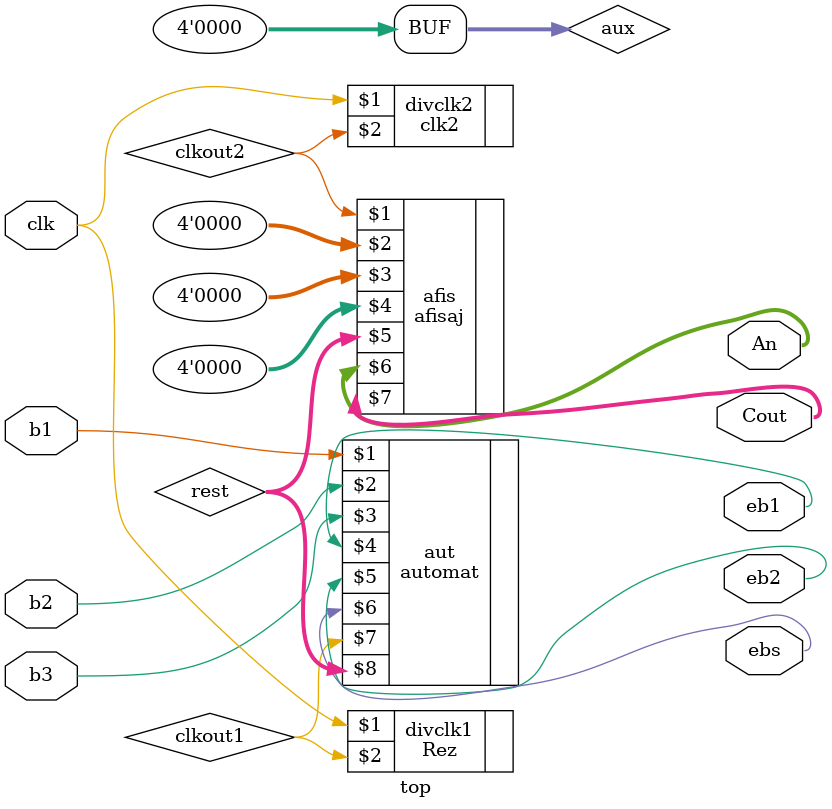
<source format=v>
`timescale 1ns / 1ps
module top(clk, b1, b2, b3, eb1, eb2, ebs,Cout, An);
	input b1, b2, b3, clk;
	output eb1, eb2, ebs;
	output [7:0] Cout;
	output [3:0] An;
	wire clkout1 , clkout2;
	wire [3:0] rest;
	wire [3:0] aux;
	
	assign aux = 4'b0000;
	
	Rez divclk1(clk , clkout1);
	clk2 divclk2(clk , clkout2);
	automat aut(b1 , b2 , b3 , eb1 , eb2 , ebs , clkout1, rest);
	afisaj afis(clkout2, aux, aux, aux, rest, An, Cout);

endmodule

</source>
